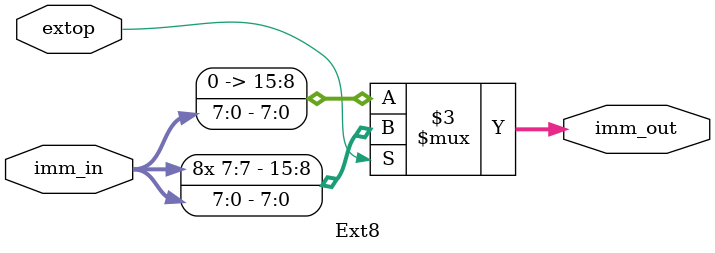
<source format=v>
module Ext8 (
  input [7:0] imm_in,    // 8-bit immediate input
  input extop,          
  output reg [15:0] imm_out  
);

  // Always block to assign the 16-bit output based on the value of the extop signal
  // If extop is 1, perform sign extension: replicate the sign bit (imm_in[7]) 8 times
  // If extop is 0, perform zero extension: replicate '0' 8 times
  always @(*) begin
    if (extop)
      imm_out = {{8{imm_in[7]}}, imm_in}; // Sign extension
    else
      imm_out = {8'b0, imm_in};           // Zero extension
  end

endmodule



// module tb_ext8;

//     reg [7:0] imm_in;       
//     reg extop;             
//     wire [15:0] imm_out;   

//     Ext8 uut (
//         .imm_in(imm_in),
//         .extop(extop),
//         .imm_out(imm_out)
//     );

//     initial begin
//         // Test 1: Zero extension
//         imm_in = 8'b10101010; // Input value
//         extop = 0;            // Zero extension mode
//         #10;                  // Wait for a few time units
//         $display("Test 1: Zero Extension");
//         $display("imm_in  = %b", imm_in);
//         $display("extop   = %b", extop);
//         $display("imm_out = %b", imm_out);
        
//         // Test 2: Sign extension
//         imm_in = 8'b10101010; // Input value
//         extop = 1;            // Sign extension mode
//         #10;                  // Wait for a few time units
//         $display("\nTest 2: Sign Extension");
//         $display("imm_in  = %b", imm_in);
//         $display("extop   = %b", extop);
//         $display("imm_out = %b", imm_out);
   
//         #10;
//         $finish;
//     end

// endmodule

</source>
